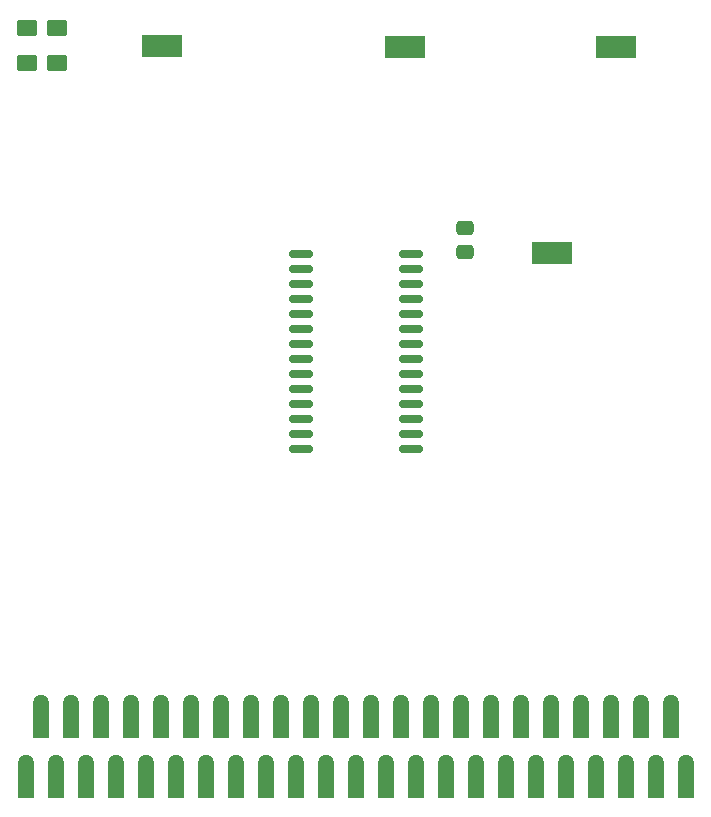
<source format=gbr>
%TF.GenerationSoftware,KiCad,Pcbnew,(6.0.9)*%
%TF.CreationDate,2022-12-02T14:08:30-06:00*%
%TF.ProjectId,Game Gear Breakout,47616d65-2047-4656-9172-20427265616b,rev?*%
%TF.SameCoordinates,Original*%
%TF.FileFunction,Paste,Top*%
%TF.FilePolarity,Positive*%
%FSLAX46Y46*%
G04 Gerber Fmt 4.6, Leading zero omitted, Abs format (unit mm)*
G04 Created by KiCad (PCBNEW (6.0.9)) date 2022-12-02 14:08:30*
%MOMM*%
%LPD*%
G01*
G04 APERTURE LIST*
G04 Aperture macros list*
%AMRoundRect*
0 Rectangle with rounded corners*
0 $1 Rounding radius*
0 $2 $3 $4 $5 $6 $7 $8 $9 X,Y pos of 4 corners*
0 Add a 4 corners polygon primitive as box body*
4,1,4,$2,$3,$4,$5,$6,$7,$8,$9,$2,$3,0*
0 Add four circle primitives for the rounded corners*
1,1,$1+$1,$2,$3*
1,1,$1+$1,$4,$5*
1,1,$1+$1,$6,$7*
1,1,$1+$1,$8,$9*
0 Add four rect primitives between the rounded corners*
20,1,$1+$1,$2,$3,$4,$5,0*
20,1,$1+$1,$4,$5,$6,$7,0*
20,1,$1+$1,$6,$7,$8,$9,0*
20,1,$1+$1,$8,$9,$2,$3,0*%
%AMFreePoly0*
4,1,20,0.080840,2.139914,0.231147,2.102159,0.368110,2.029641,0.483822,1.926546,0.571601,1.798826,0.626382,1.653854,0.645000,1.500000,0.650000,1.500000,0.650000,-1.500000,-0.650000,-1.500000,-0.650000,1.500000,-0.644219,1.500000,-0.644965,1.506754,-0.624736,1.660405,-0.568441,1.804795,-0.479328,1.931589,-0.362544,2.033467,-0.224829,2.104547,-0.074134,2.140725,0.080840,2.139914,
0.080840,2.139914,$1*%
G04 Aperture macros list end*
%ADD10R,3.450000X1.850000*%
%ADD11RoundRect,0.250001X0.624999X-0.462499X0.624999X0.462499X-0.624999X0.462499X-0.624999X-0.462499X0*%
%ADD12RoundRect,0.150000X-0.875000X-0.150000X0.875000X-0.150000X0.875000X0.150000X-0.875000X0.150000X0*%
%ADD13RoundRect,0.250000X0.475000X-0.337500X0.475000X0.337500X-0.475000X0.337500X-0.475000X-0.337500X0*%
%ADD14FreePoly0,0.000000*%
G04 APERTURE END LIST*
D10*
%TO.C,TP3*%
X146227800Y-69494400D03*
%TD*%
%TO.C,TP4*%
X179222899Y-87097099D03*
%TD*%
%TO.C,TP1*%
X166801800Y-69596000D03*
%TD*%
D11*
%TO.C,D1*%
X137323699Y-70982399D03*
X137323699Y-68007399D03*
%TD*%
%TO.C,D2*%
X134823699Y-70982399D03*
X134823699Y-68007399D03*
%TD*%
D12*
%TO.C,J3*%
X158017699Y-87131899D03*
X158017699Y-88401899D03*
X158017699Y-89671899D03*
X158017699Y-90941899D03*
X158017699Y-92211899D03*
X158017699Y-93481899D03*
X158017699Y-94751899D03*
X158017699Y-96021899D03*
X158017699Y-97291899D03*
X158017699Y-98561899D03*
X158017699Y-99831899D03*
X158017699Y-101101899D03*
X158017699Y-102371899D03*
X158017699Y-103641899D03*
X167317699Y-103641899D03*
X167317699Y-102371899D03*
X167317699Y-101101899D03*
X167317699Y-99831899D03*
X167317699Y-98561899D03*
X167317699Y-97291899D03*
X167317699Y-96021899D03*
X167317699Y-94751899D03*
X167317699Y-93481899D03*
X167317699Y-92211899D03*
X167317699Y-90941899D03*
X167317699Y-89671899D03*
X167317699Y-88401899D03*
X167317699Y-87131899D03*
%TD*%
D13*
%TO.C,C1*%
X171857699Y-86984399D03*
X171857699Y-84909399D03*
%TD*%
D10*
%TO.C,TP2*%
X184683400Y-69596000D03*
%TD*%
D14*
%TO.C,J1*%
X134735102Y-131666665D03*
X136005102Y-126586665D03*
X137275102Y-131666665D03*
X138545102Y-126586665D03*
X139815102Y-131666665D03*
X141085102Y-126586665D03*
X142355102Y-131666665D03*
X143625102Y-126586665D03*
X144895102Y-131666665D03*
X146165102Y-126586665D03*
X147435102Y-131666665D03*
X148705102Y-126586665D03*
X149975102Y-131666665D03*
X151245102Y-126586665D03*
X152515102Y-131666665D03*
X153785102Y-126586665D03*
X155055102Y-131666665D03*
X156325102Y-126586665D03*
X157595102Y-131666665D03*
X158865102Y-126586665D03*
X160135102Y-131666665D03*
X161405102Y-126586665D03*
X162675102Y-131666665D03*
X163945102Y-126586665D03*
X165215102Y-131666665D03*
X166485102Y-126586665D03*
X167755102Y-131666665D03*
X169025102Y-126586665D03*
X170295102Y-131666665D03*
X171565102Y-126586665D03*
X172835102Y-131666665D03*
X174105102Y-126586665D03*
X175375102Y-131666665D03*
X176645102Y-126586665D03*
X177915102Y-131666665D03*
X179185102Y-126586665D03*
X180455102Y-131666665D03*
X181725102Y-126586665D03*
X182995102Y-131666665D03*
X184265102Y-126586665D03*
X185535102Y-131666665D03*
X186805102Y-126586665D03*
X188075102Y-131666665D03*
X189345102Y-126586665D03*
X190615102Y-131666665D03*
%TD*%
M02*

</source>
